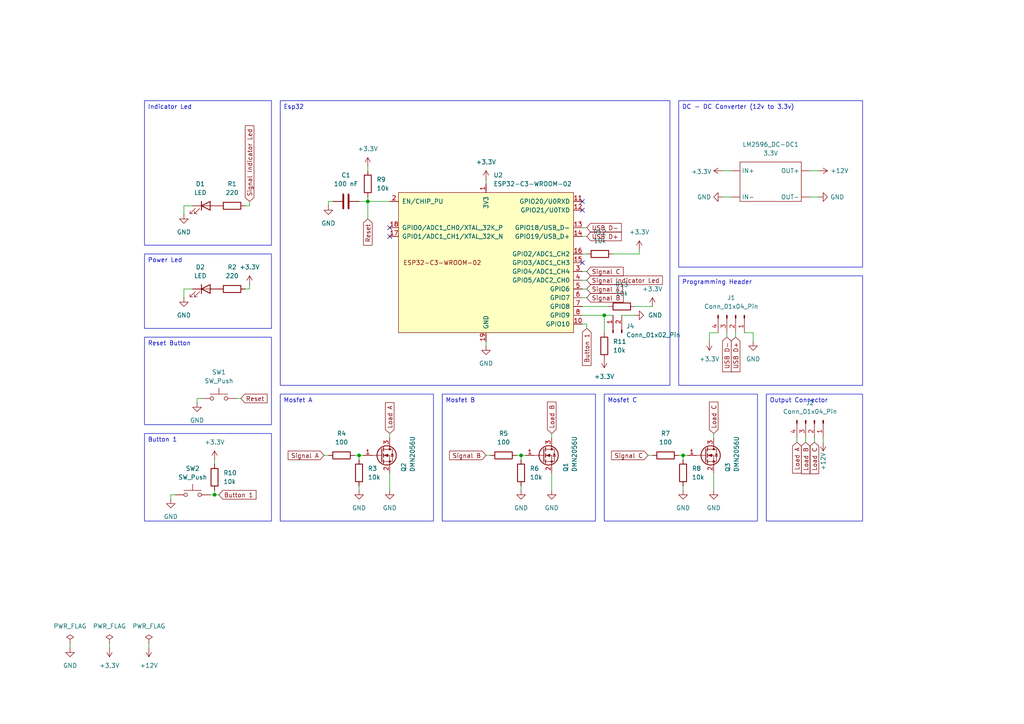
<source format=kicad_sch>
(kicad_sch (version 20250114) (generator "eeschema") (generator_version "9.0")
  (paper "A4")
  (title_block (title "Guppler Board") (date "2026-02-05") (rev "0.0.1"))
  (lib_symbols
    (symbol "Connector:Conn_01x02_Pin" (pin_names (offset 1.016) (hide yes))
      (property "Reference" "J" (at 0 2.54 0))
      (property "Value" "Conn_01x02_Pin" (at 0 -5.08 0))
      (symbol "Conn_01x02_Pin_1_1"
        (rectangle (start 0.8636 0.127) (end 0 -0.127) (stroke (width 0.1524)) (fill (type outline)))
        (rectangle (start 0.8636 -2.413) (end 0 -2.667) (stroke (width 0.1524)) (fill (type outline)))
        (polyline (pts (xy 1.27 0) (xy 0.8636 0)) (stroke (width 0.1524)))
        (polyline (pts (xy 1.27 -2.54) (xy 0.8636 -2.54)) (stroke (width 0.1524)))
        (pin passive line (at 5.08 0 180) (length 3.81) (name "Pin_1") (number "1"))
        (pin passive line (at 5.08 -2.54 180) (length 3.81) (name "Pin_2") (number "2"))
      )
    )
    (symbol "Connector:Conn_01x04_Pin" (pin_names (offset 1.016) (hide yes))
      (property "Reference" "J" (at 0 5.08 0))
      (property "Value" "Conn_01x04_Pin" (at 0 -7.62 0))
      (symbol "Conn_01x04_Pin_1_1"
        (rectangle (start 0.8636 2.667) (end 0 2.413) (stroke (width 0.1524)) (fill (type outline)))
        (rectangle (start 0.8636 0.127) (end 0 -0.127) (stroke (width 0.1524)) (fill (type outline)))
        (rectangle (start 0.8636 -2.413) (end 0 -2.667) (stroke (width 0.1524)) (fill (type outline)))
        (rectangle (start 0.8636 -4.953) (end 0 -5.207) (stroke (width 0.1524)) (fill (type outline)))
        (polyline (pts (xy 1.27 2.54) (xy 0.8636 2.54)) (stroke (width 0.1524)))
        (polyline (pts (xy 1.27 0) (xy 0.8636 0)) (stroke (width 0.1524)))
        (polyline (pts (xy 1.27 -2.54) (xy 0.8636 -2.54)) (stroke (width 0.1524)))
        (polyline (pts (xy 1.27 -5.08) (xy 0.8636 -5.08)) (stroke (width 0.1524)))
        (pin passive line (at 5.08 2.54 180) (length 3.81) (name "Pin_1") (number "1"))
        (pin passive line (at 5.08 0 180) (length 3.81) (name "Pin_2") (number "2"))
        (pin passive line (at 5.08 -2.54 180) (length 3.81) (name "Pin_3") (number "3"))
        (pin passive line (at 5.08 -5.08 180) (length 3.81) (name "Pin_4") (number "4"))
      )
    )
    (symbol "Device:C" (pin_numbers (hide yes)) (pin_names (offset 0.254))
      (property "Reference" "C" (at 0.635 2.54 0))
      (property "Value" "C" (at 0.635 -2.54 0))
      (symbol "C_0_1"
        (polyline (pts (xy -2.032 0.762) (xy 2.032 0.762)) (stroke (width 0.508)))
        (polyline (pts (xy -2.032 -0.762) (xy 2.032 -0.762)) (stroke (width 0.508)))
      )
      (symbol "C_1_1"
        (pin passive line (at 0 3.81 270) (length 2.794) (name "~") (number "1"))
        (pin passive line (at 0 -3.81 90) (length 2.794) (name "~") (number "2"))
      )
    )
    (symbol "Device:LED" (pin_numbers (hide yes)) (pin_names (offset 1.016) (hide yes))
      (property "Reference" "D" (at 0 2.54 0))
      (property "Value" "LED" (at 0 -2.54 0))
      (symbol "LED_0_1"
        (polyline (pts (xy -3.048 -0.762) (xy -4.572 -2.286) (xy -3.81 -2.286) (xy -4.572 -2.286) (xy -4.572 -1.524)))
        (polyline (pts (xy -1.778 -0.762) (xy -3.302 -2.286) (xy -2.54 -2.286) (xy -3.302 -2.286) (xy -3.302 -1.524)))
        (polyline (pts (xy -1.27 0) (xy 1.27 0)))
        (polyline (pts (xy -1.27 -1.27) (xy -1.27 1.27)) (stroke (width 0.254)))
        (polyline (pts (xy 1.27 -1.27) (xy 1.27 1.27) (xy -1.27 0) (xy 1.27 -1.27)) (stroke (width 0.254)))
      )
      (symbol "LED_1_1"
        (pin passive line (at -3.81 0 0) (length 2.54) (name "K") (number "1"))
        (pin passive line (at 3.81 0 180) (length 2.54) (name "A") (number "2"))
      )
    )
    (symbol "Device:R" (pin_numbers (hide yes)) (pin_names (offset 0))
      (property "Reference" "R" (at 2.032 0 90))
      (property "Value" "R" (at 0 0 90))
      (symbol "R_0_1"
        (rectangle (start -1.016 -2.54) (end 1.016 2.54) (stroke (width 0.254)))
      )
      (symbol "R_1_1"
        (pin passive line (at 0 3.81 270) (length 1.27) (name "~") (number "1"))
        (pin passive line (at 0 -3.81 90) (length 1.27) (name "~") (number "2"))
      )
    )
    (symbol "PCM_Espressif:ESP32-C3-WROOM-02" (pin_names (offset 1.016))
      (property "Reference" "U" (at -25.4 25.4 0))
      (property "Value" "ESP32-C3-WROOM-02" (at -25.4 22.86 0))
      (symbol "ESP32-C3-WROOM-02_0_0"
        (text "ESP32-C3-WROOM-02" (at -12.7 0 0) (effects (font (size 1.27 1.27))))
      )
      (symbol "ESP32-C3-WROOM-02_0_1"
        (rectangle (start 25.4 20.32) (end -25.4 -20.32) (fill (type background)))
      )
      (symbol "ESP32-C3-WROOM-02_1_1"
        (pin input line (at -27.94 17.78 0) (length 2.54) (name "EN/CHIP_PU") (number "2"))
        (pin bidirectional line (at -27.94 10.16 0) (length 2.54) (name "GPIO0/ADC1_CH0/XTAL_32K_P") (number "18"))
        (pin bidirectional line (at -27.94 7.62 0) (length 2.54) (name "GPIO1/ADC1_CH1/XTAL_32K_N") (number "17"))
        (pin power_in line (at 0 22.86 270) (length 2.54) (name "3V3") (number "1"))
        (pin power_in line (at 0 -22.86 90) (length 2.54) (name "GND") (number "19"))
        (pin passive line (at 0 -22.86 90) (length 2.54) (hide yes) (name "GND") (number "9"))
        (pin bidirectional line (at 27.94 17.78 180) (length 2.54) (name "GPIO20/U0RXD") (number "11"))
        (pin bidirectional line (at 27.94 15.24 180) (length 2.54) (name "GPIO21/U0TXD") (number "12"))
        (pin bidirectional line (at 27.94 10.16 180) (length 2.54) (name "GPIO18/USB_D-") (number "13"))
        (pin bidirectional line (at 27.94 7.62 180) (length 2.54) (name "GPIO19/USB_D+") (number "14"))
        (pin bidirectional line (at 27.94 2.54 180) (length 2.54) (name "GPIO2/ADC1_CH2") (number "16"))
        (pin bidirectional line (at 27.94 0 180) (length 2.54) (name "GPIO3/ADC1_CH3") (number "15"))
        (pin bidirectional line (at 27.94 -2.54 180) (length 2.54) (name "GPIO4/ADC1_CH4") (number "3"))
        (pin bidirectional line (at 27.94 -5.08 180) (length 2.54) (name "GPIO5/ADC2_CH0") (number "4"))
        (pin bidirectional line (at 27.94 -7.62 180) (length 2.54) (name "GPIO6") (number "5"))
        (pin bidirectional line (at 27.94 -10.16 180) (length 2.54) (name "GPIO7") (number "6"))
        (pin bidirectional line (at 27.94 -12.7 180) (length 2.54) (name "GPIO8") (number "7"))
        (pin bidirectional line (at 27.94 -15.24 180) (length 2.54) (name "GPIO9") (number "8"))
        (pin bidirectional line (at 27.94 -17.78 180) (length 2.54) (name "GPIO10") (number "10"))
      )
    )
    (symbol "Switch:SW_Push" (pin_numbers (hide yes)) (pin_names (offset 1.016) (hide yes))
      (property "Reference" "SW" (at 1.27 2.54 0))
      (property "Value" "SW_Push" (at 0 -1.524 0))
      (symbol "SW_Push_0_1"
        (circle (center -2.032 0) (radius 0.508))
        (polyline (pts (xy 0 1.27) (xy 0 3.048)))
        (circle (center 2.032 0) (radius 0.508))
        (polyline (pts (xy 2.54 1.27) (xy -2.54 1.27)))
        (pin passive line (at -5.08 0 0) (length 2.54) (name "1") (number "1"))
        (pin passive line (at 5.08 0 180) (length 2.54) (name "2") (number "2"))
      )
    )
    (symbol "Techogena:LM2596_DC-DC" (pin_numbers (hide yes))
      (property "Reference" "LM2596_DC-DC" (at 0 1.016 0))
      (property "Value" "3.3V" (at 0 -1.27 0))
      (symbol "LM2596_DC-DC_0_1"
        (rectangle (start -8.89 6.35) (end 8.89 -5.08))
      )
      (symbol "LM2596_DC-DC_1_1"
        (pin power_in line (at -11.43 3.81 0) (length 2.54) (name "IN+") (number "0"))
        (pin power_in line (at -11.43 -3.81 0) (length 2.54) (name "IN-") (number "3"))
        (pin power_in line (at 11.43 3.81 180) (length 2.54) (name "OUT+") (number "1"))
        (pin power_in line (at 11.43 -3.81 180) (length 2.54) (name "OUT-") (number "2"))
      )
    )
    (symbol "Transistor_FET:DMN2056U" (pin_names (offset 0) (hide yes))
      (property "Reference" "Q" (at 5.08 1.905 0))
      (property "Value" "DMN2056U" (at 5.08 0 0))
      (symbol "DMN2056U_0_1"
        (polyline (pts (xy 0.254 1.905) (xy 0.254 -1.905)) (stroke (width 0.254)))
        (polyline (pts (xy 0.254 0) (xy -2.54 0)))
        (polyline (pts (xy 0.762 2.286) (xy 0.762 1.27)) (stroke (width 0.254)))
        (polyline (pts (xy 0.762 0.508) (xy 0.762 -0.508)) (stroke (width 0.254)))
        (polyline (pts (xy 0.762 -1.27) (xy 0.762 -2.286)) (stroke (width 0.254)))
        (polyline (pts (xy 0.762 -1.778) (xy 3.302 -1.778) (xy 3.302 1.778) (xy 0.762 1.778)))
        (polyline (pts (xy 1.016 0) (xy 2.032 0.381) (xy 2.032 -0.381) (xy 1.016 0)) (fill (type outline)))
        (circle (center 1.651 0) (radius 2.794) (stroke (width 0.254)))
        (polyline (pts (xy 2.54 2.54) (xy 2.54 1.778)))
        (circle (center 2.54 1.778) (radius 0.254) (fill (type outline)))
        (circle (center 2.54 -1.778) (radius 0.254) (fill (type outline)))
        (polyline (pts (xy 2.54 -2.54) (xy 2.54 0) (xy 0.762 0)))
        (polyline (pts (xy 2.921 0.381) (xy 3.683 0.381)))
        (polyline (pts (xy 3.302 0.381) (xy 2.921 -0.254) (xy 3.683 -0.254) (xy 3.302 0.381)))
      )
      (symbol "DMN2056U_1_1"
        (pin input line (at -5.08 0 0) (length 2.54) (name "G") (number "1"))
        (pin passive line (at 2.54 5.08 270) (length 2.54) (name "D") (number "3"))
        (pin passive line (at 2.54 -5.08 90) (length 2.54) (name "S") (number "2"))
      )
    )
    (symbol "power:+12V" (power) (pin_numbers (hide yes)) (pin_names (offset 0) (hide yes))
      (property "Value" "+12V" (at 0 3.556 0))
      (symbol "+12V_0_1"
        (polyline (pts (xy -0.762 1.27) (xy 0 2.54)))
        (polyline (pts (xy 0 2.54) (xy 0.762 1.27)))
        (polyline (pts (xy 0 0) (xy 0 2.54)))
      )
      (symbol "+12V_1_1"
        (pin power_in line (at 0 0 90) (length 0) (name "~") (number "1"))
      )
    )
    (symbol "power:+3.3V" (power) (pin_numbers (hide yes)) (pin_names (offset 0) (hide yes))
      (property "Value" "+3.3V" (at 0 3.556 0))
      (symbol "+3.3V_0_1"
        (polyline (pts (xy -0.762 1.27) (xy 0 2.54)))
        (polyline (pts (xy 0 2.54) (xy 0.762 1.27)))
        (polyline (pts (xy 0 0) (xy 0 2.54)))
      )
      (symbol "+3.3V_1_1"
        (pin power_in line (at 0 0 90) (length 0) (name "~") (number "1"))
      )
    )
    (symbol "power:GND" (power) (pin_numbers (hide yes)) (pin_names (offset 0) (hide yes))
      (property "Value" "GND" (at 0 -3.81 0))
      (symbol "GND_0_1"
        (polyline (pts (xy 0 0) (xy 0 -1.27) (xy 1.27 -1.27) (xy 0 -2.54) (xy -1.27 -1.27) (xy 0 -1.27)))
      )
      (symbol "GND_1_1"
        (pin power_in line (at 0 0 270) (length 0) (name "~") (number "1"))
      )
    )
    (symbol "power:PWR_FLAG" (power) (pin_numbers (hide yes)) (pin_names (offset 0) (hide yes))
      (property "Value" "PWR_FLAG" (at 0 3.81 0))
      (symbol "PWR_FLAG_0_0"
        (pin power_out line (at 0 0 90) (length 0) (name "~") (number "1"))
      )
      (symbol "PWR_FLAG_0_1"
        (polyline (pts (xy 0 0) (xy 0 1.27) (xy -1.016 1.905) (xy 0 2.54) (xy 1.016 1.905) (xy 0 1.27)))
      )
    )
  )
  (text_box "Button 1" (at 41.91 125.73 0) (size 36.83 25.4) (margins 0.9525 0.9525 0.9525 0.9525) (effects (font (size 1.27 1.27)) (justify left top)))
  (text_box "Output Connector" (at 222.25 114.3 0) (size 27.94 36.83) (margins 0.9525 0.9525 0.9525 0.9525) (effects (font (size 1.27 1.27)) (justify left top)))
  (text_box "Indicator Led" (at 41.91 29.21 0) (size 36.83 41.91) (margins 0.9525 0.9525 0.9525 0.9525) (effects (font (size 1.27 1.27)) (justify left top)))
  (text_box "Programming Header" (at 196.85 80.01 0) (size 53.34 31.75) (margins 0.9525 0.9525 0.9525 0.9525) (effects (font (size 1.27 1.27)) (justify left top)))
  (text_box "Mosfet A" (at 81.28 114.3 0) (size 44.45 36.83) (margins 0.9525 0.9525 0.9525 0.9525) (effects (font (size 1.27 1.27)) (justify left top)))
  (text_box "DC - DC Converter (12v to 3.3v)" (at 196.85 29.21 0) (size 53.34 48.26) (margins 0.9525 0.9525 0.9525 0.9525) (effects (font (size 1.27 1.27)) (justify left top)))
  (text_box "Power Led" (at 41.91 73.66 0) (size 36.83 21.59) (margins 0.9525 0.9525 0.9525 0.9525) (effects (font (size 1.27 1.27)) (justify left top)))
  (text_box "Mosfet C" (at 175.26 114.3 0) (size 44.45 36.83) (margins 0.9525 0.9525 0.9525 0.9525) (effects (font (size 1.27 1.27)) (justify left top)))
  (text_box "Mosfet B" (at 128.27 114.3 0) (size 44.45 36.83) (margins 0.9525 0.9525 0.9525 0.9525) (effects (font (size 1.27 1.27)) (justify left top)))
  (text_box "Reset Button" (at 41.91 97.79 0) (size 36.83 25.4) (margins 0.9525 0.9525 0.9525 0.9525) (effects (font (size 1.27 1.27)) (justify left top)))
  (text_box "Esp32" (at 81.28 29.21 0) (size 113.03 82.55) (margins 0.9525 0.9525 0.9525 0.9525) (effects (font (size 1.27 1.27)) (justify left top)))
  (junction (at 104.14 132.08))
  (junction (at 106.68 58.42))
  (junction (at 175.26 91.44))
  (junction (at 62.23 143.51))
  (junction (at 151.13 132.08))
  (junction (at 198.12 132.08))
  (no_connect (at 168.91 76.2))
  (no_connect (at 168.91 60.96))
  (no_connect (at 113.03 68.58))
  (no_connect (at 168.91 58.42))
  (no_connect (at 113.03 66.04))
  (wire (pts (xy 168.91 91.44) (xy 175.26 91.44)))
  (wire (pts (xy 113.03 125.73) (xy 113.03 127)))
  (wire (pts (xy 198.12 140.97) (xy 198.12 142.24)))
  (wire (pts (xy 175.26 91.44) (xy 177.8 91.44)))
  (wire (pts (xy 234.95 49.53) (xy 237.49 49.53)))
  (wire (pts (xy 209.55 57.15) (xy 212.09 57.15)))
  (wire (pts (xy 168.91 66.04) (xy 170.18 66.04)))
  (wire (pts (xy 231.14 127) (xy 231.14 128.27)))
  (wire (pts (xy 140.97 99.06) (xy 140.97 100.33)))
  (wire (pts (xy 180.34 91.44) (xy 184.15 91.44)))
  (wire (pts (xy 168.91 88.9) (xy 176.53 88.9)))
  (wire (pts (xy 185.42 72.39) (xy 185.42 73.66)))
  (wire (pts (xy 209.55 49.53) (xy 212.09 49.53)))
  (wire (pts (xy 207.01 125.73) (xy 207.01 127)))
  (wire (pts (xy 151.13 133.35) (xy 151.13 132.08)))
  (wire (pts (xy 55.88 83.82) (xy 53.34 83.82)))
  (wire (pts (xy 104.14 133.35) (xy 104.14 132.08)))
  (wire (pts (xy 106.68 48.26) (xy 106.68 49.53)))
  (wire (pts (xy 236.22 127) (xy 236.22 128.27)))
  (wire (pts (xy 168.91 86.36) (xy 170.18 86.36)))
  (wire (pts (xy 72.39 82.55) (xy 72.39 83.82)))
  (wire (pts (xy 160.02 137.16) (xy 160.02 142.24)))
  (wire (pts (xy 106.68 58.42) (xy 106.68 63.5)))
  (wire (pts (xy 151.13 132.08) (xy 152.4 132.08)))
  (wire (pts (xy 215.9 96.52) (xy 218.44 96.52)))
  (wire (pts (xy 95.25 58.42) (xy 96.52 58.42)))
  (wire (pts (xy 58.42 115.57) (xy 57.15 115.57)))
  (wire (pts (xy 20.32 186.69) (xy 20.32 187.96)))
  (wire (pts (xy 106.68 58.42) (xy 104.14 58.42)))
  (wire (pts (xy 50.8 143.51) (xy 49.53 143.51)))
  (wire (pts (xy 170.18 81.28) (xy 168.91 81.28)))
  (wire (pts (xy 106.68 58.42) (xy 113.03 58.42)))
  (wire (pts (xy 184.15 88.9) (xy 189.23 88.9)))
  (wire (pts (xy 72.39 58.42) (xy 72.39 59.69)))
  (wire (pts (xy 31.75 186.69) (xy 31.75 187.96)))
  (wire (pts (xy 210.82 97.79) (xy 210.82 96.52)))
  (wire (pts (xy 95.25 58.42) (xy 95.25 59.69)))
  (wire (pts (xy 62.23 142.24) (xy 62.23 143.51)))
  (wire (pts (xy 104.14 140.97) (xy 104.14 142.24)))
  (wire (pts (xy 205.74 96.52) (xy 208.28 96.52)))
  (wire (pts (xy 213.36 97.79) (xy 213.36 96.52)))
  (wire (pts (xy 49.53 143.51) (xy 49.53 144.78)))
  (wire (pts (xy 93.98 132.08) (xy 95.25 132.08)))
  (wire (pts (xy 102.87 132.08) (xy 104.14 132.08)))
  (wire (pts (xy 218.44 96.52) (xy 218.44 99.06)))
  (wire (pts (xy 205.74 99.06) (xy 205.74 96.52)))
  (wire (pts (xy 72.39 83.82) (xy 71.12 83.82)))
  (wire (pts (xy 196.85 132.08) (xy 198.12 132.08)))
  (wire (pts (xy 43.18 186.69) (xy 43.18 187.96)))
  (wire (pts (xy 187.96 132.08) (xy 189.23 132.08)))
  (wire (pts (xy 168.91 93.98) (xy 170.18 93.98)))
  (wire (pts (xy 140.97 132.08) (xy 142.24 132.08)))
  (wire (pts (xy 104.14 132.08) (xy 105.41 132.08)))
  (wire (pts (xy 62.23 143.51) (xy 63.5 143.51)))
  (wire (pts (xy 177.8 73.66) (xy 185.42 73.66)))
  (wire (pts (xy 198.12 132.08) (xy 199.39 132.08)))
  (wire (pts (xy 62.23 133.35) (xy 62.23 134.62)))
  (wire (pts (xy 53.34 83.82) (xy 53.34 86.36)))
  (wire (pts (xy 175.26 91.44) (xy 175.26 96.52)))
  (wire (pts (xy 60.96 143.51) (xy 62.23 143.51)))
  (wire (pts (xy 160.02 125.73) (xy 160.02 127)))
  (wire (pts (xy 234.95 57.15) (xy 237.49 57.15)))
  (wire (pts (xy 149.86 132.08) (xy 151.13 132.08)))
  (wire (pts (xy 140.97 52.07) (xy 140.97 53.34)))
  (wire (pts (xy 72.39 59.69) (xy 71.12 59.69)))
  (wire (pts (xy 170.18 93.98) (xy 170.18 95.25)))
  (wire (pts (xy 168.91 68.58) (xy 170.18 68.58)))
  (wire (pts (xy 113.03 137.16) (xy 113.03 142.24)))
  (wire (pts (xy 53.34 59.69) (xy 53.34 62.23)))
  (wire (pts (xy 106.68 57.15) (xy 106.68 58.42)))
  (wire (pts (xy 57.15 115.57) (xy 57.15 116.84)))
  (wire (pts (xy 238.76 127) (xy 238.76 128.27)))
  (wire (pts (xy 168.91 73.66) (xy 170.18 73.66)))
  (wire (pts (xy 168.91 83.82) (xy 170.18 83.82)))
  (wire (pts (xy 68.58 115.57) (xy 69.85 115.57)))
  (wire (pts (xy 151.13 140.97) (xy 151.13 142.24)))
  (wire (pts (xy 168.91 78.74) (xy 170.18 78.74)))
  (wire (pts (xy 55.88 59.69) (xy 53.34 59.69)))
  (wire (pts (xy 198.12 133.35) (xy 198.12 132.08)))
  (wire (pts (xy 207.01 137.16) (xy 207.01 142.24)))
  (wire (pts (xy 233.68 127) (xy 233.68 128.27)))
  (global_label "Signal B" (shape input) (at 170.18 86.36 0) (property "Intersheetrefs" "${INTERSHEET_REFS}" (effects (hide yes))))
  (global_label "Button 1" (shape input) (at 63.5 143.51 0) (property "Intersheetrefs" "${INTERSHEET_REFS}" (effects (hide yes))))
  (global_label "Reset" (shape input) (at 106.68 63.5 270) (property "Intersheetrefs" "${INTERSHEET_REFS}" (effects (hide yes))))
  (global_label "Signal A" (shape input) (at 93.98 132.08 180) (property "Intersheetrefs" "${INTERSHEET_REFS}" (effects (hide yes))))
  (global_label "Signal C" (shape input) (at 170.18 78.74 0) (property "Intersheetrefs" "${INTERSHEET_REFS}" (effects (hide yes))))
  (global_label "USB D-" (shape input) (at 170.18 66.04 0) (property "Intersheetrefs" "${INTERSHEET_REFS}" (effects (hide yes))))
  (global_label "Signal A" (shape input) (at 170.18 83.82 0) (property "Intersheetrefs" "${INTERSHEET_REFS}" (effects (hide yes))))
  (global_label "Signal B" (shape input) (at 140.97 132.08 180) (property "Intersheetrefs" "${INTERSHEET_REFS}" (effects (hide yes))))
  (global_label "Load B" (shape input) (at 160.02 125.73 90) (property "Intersheetrefs" "${INTERSHEET_REFS}" (effects (hide yes))))
  (global_label "Load C" (shape input) (at 207.01 125.73 90) (property "Intersheetrefs" "${INTERSHEET_REFS}" (effects (hide yes))))
  (global_label "Button 1" (shape input) (at 170.18 95.25 270) (property "Intersheetrefs" "${INTERSHEET_REFS}" (effects (hide yes))))
  (global_label "USB D+" (shape input) (at 213.36 97.79 270) (property "Intersheetrefs" "${INTERSHEET_REFS}" (effects (hide yes))))
  (global_label "Load B" (shape input) (at 233.68 128.27 270) (property "Intersheetrefs" "${INTERSHEET_REFS}" (effects (hide yes))))
  (global_label "USB D-" (shape input) (at 210.82 97.79 270) (property "Intersheetrefs" "${INTERSHEET_REFS}" (effects (hide yes))))
  (global_label "Signal Indicator Led" (shape input) (at 72.39 58.42 90) (property "Intersheetrefs" "${INTERSHEET_REFS}" (effects (hide yes))))
  (global_label "Signal Indicator Led" (shape input) (at 170.18 81.28 0) (property "Intersheetrefs" "${INTERSHEET_REFS}" (effects (hide yes))))
  (global_label "Reset" (shape input) (at 69.85 115.57 0) (property "Intersheetrefs" "${INTERSHEET_REFS}" (effects (hide yes))))
  (global_label "Load C" (shape input) (at 236.22 128.27 270) (property "Intersheetrefs" "${INTERSHEET_REFS}" (effects (hide yes))))
  (global_label "Load A" (shape input) (at 113.03 125.73 90) (property "Intersheetrefs" "${INTERSHEET_REFS}" (effects (hide yes))))
  (global_label "Load A" (shape input) (at 231.14 128.27 270) (property "Intersheetrefs" "${INTERSHEET_REFS}" (effects (hide yes))))
  (global_label "Signal C" (shape input) (at 187.96 132.08 180) (property "Intersheetrefs" "${INTERSHEET_REFS}" (effects (hide yes))))
  (global_label "USB D+" (shape input) (at 170.18 68.58 0) (property "Intersheetrefs" "${INTERSHEET_REFS}" (effects (hide yes))))
  (symbol (lib_id "power:GND") (at 198.12 142.24 0) (unit 1)
    (property "Reference" "#PWR05" (effects (hide yes)))
    (property "Value" "GND" (at 198.12 147.32 0))
    (property "Description" "Power symbol creates a global label with name \"GND\" , ground" (effects (hide yes)))
  )
  (symbol (lib_id "Techogena:LM2596_DC-DC") (at 223.52 53.34 0) (unit 1)
    (property "Reference" "LM2596_DC-DC1" (at 223.52 41.91 0))
    (property "Value" "3.3V" (at 223.52 44.45 0))
    (property "Footprint" "Technogena:LM2596_DC-DC" (effects (hide yes)))
  )
  (symbol (lib_id "Connector:Conn_01x02_Pin") (at 177.8 96.52 90) (unit 1)
    (property "Reference" "J4" (at 181.61 94.6149 90) (effects (justify right)))
    (property "Value" "Conn_01x02_Pin" (at 181.61 97.1549 90) (effects (justify right)))
    (property "Footprint" "Connector_PinHeader_2.54mm:PinHeader_1x02_P2.54mm_Vertical" (effects (hide yes)))
    (property "Description" "Generic connector, single row, 01x02, script generated" (effects (hide yes)))
  )
  (symbol (lib_id "power:PWR_FLAG") (at 31.75 186.69 0) (unit 1)
    (property "Reference" "#FLG02" (effects (hide yes)))
    (property "Value" "PWR_FLAG" (at 31.75 181.61 0))
    (property "Description" "Special symbol for telling ERC where power comes from" (effects (hide yes)))
  )
  (symbol (lib_id "power:PWR_FLAG") (at 20.32 186.69 0) (unit 1)
    (property "Reference" "#FLG01" (effects (hide yes)))
    (property "Value" "PWR_FLAG" (at 20.32 181.61 0))
    (property "Description" "Special symbol for telling ERC where power comes from" (effects (hide yes)))
  )
  (symbol (lib_id "Device:R") (at 67.31 83.82 90) (unit 1)
    (property "Reference" "R2" (at 67.31 77.47 90))
    (property "Value" "220" (at 67.31 80.01 90))
    (property "Footprint" "Resistor_SMD:R_0805_2012Metric_Pad1.20x1.40mm_HandSolder" (effects (hide yes)))
    (property "Description" "Resistor" (effects (hide yes)))
  )
  (symbol (lib_id "Connector:Conn_01x04_Pin") (at 213.36 91.44 270) (unit 1)
    (property "Reference" "J1" (at 212.09 86.36 90))
    (property "Value" "Conn_01x04_Pin" (at 212.09 88.9 90))
    (property "Footprint" "Connector_PinHeader_2.54mm:PinHeader_1x04_P2.54mm_Vertical" (effects (hide yes)))
    (property "Description" "Generic connector, single row, 01x04, script generated" (effects (hide yes)))
  )
  (symbol (lib_id "power:GND") (at 160.02 142.24 0) (unit 1)
    (property "Reference" "#PWR04" (effects (hide yes)))
    (property "Value" "GND" (at 160.02 147.32 0))
    (property "Description" "Power symbol creates a global label with name \"GND\" , ground" (effects (hide yes)))
  )
  (symbol (lib_id "Device:R") (at 198.12 137.16 0) (unit 1)
    (property "Reference" "R8" (at 200.66 135.8899 0) (effects (justify left)))
    (property "Value" "10k" (at 200.66 138.4299 0) (effects (justify left)))
    (property "Footprint" "Resistor_SMD:R_0805_2012Metric_Pad1.20x1.40mm_HandSolder" (effects (hide yes)))
    (property "Description" "Resistor" (effects (hide yes)))
  )
  (symbol (lib_id "power:+3.3V") (at 31.75 187.96 180) (unit 1)
    (property "Reference" "#PWR024" (effects (hide yes)))
    (property "Value" "+3.3V" (at 31.75 193.04 0))
    (property "Description" "Power symbol creates a global label with name \"+3.3V\"" (effects (hide yes)))
  )
  (symbol (lib_id "Transistor_FET:DMN2056U") (at 157.48 132.08 0) (unit 1)
    (property "Reference" "Q1" (at 164.084 136.906 90) (effects (justify left)))
    (property "Value" "DMN2056U" (at 166.624 136.906 90) (effects (justify left)))
    (property "Footprint" "Package_TO_SOT_SMD:SOT-23" (effects (hide yes)))
    (property "Datasheet" "http://www.diodes.com/assets/Datasheets/DMN2056U.pdf" (effects (hide yes)))
    (property "Description" "4A Id, 20V Vds, N-Channel MOSFET, SOT-23" (effects (hide yes)))
  )
  (symbol (lib_id "Device:R") (at 193.04 132.08 90) (unit 1)
    (property "Reference" "R7" (at 193.04 125.73 90))
    (property "Value" "100" (at 193.04 128.27 90))
    (property "Footprint" "Resistor_SMD:R_0805_2012Metric_Pad1.20x1.40mm_HandSolder" (effects (hide yes)))
    (property "Description" "Resistor" (effects (hide yes)))
  )
  (symbol (lib_id "Connector:Conn_01x04_Pin") (at 236.22 121.92 270) (unit 1)
    (property "Reference" "J2" (at 234.95 116.84 90))
    (property "Value" "Conn_01x04_Pin" (at 234.95 119.38 90))
    (property "Footprint" "Connector_PinHeader_2.54mm:PinHeader_1x04_P2.54mm_Vertical" (effects (hide yes)))
    (property "Description" "Generic connector, single row, 01x04, script generated" (effects (hide yes)))
  )
  (symbol (lib_id "Device:LED") (at 59.69 59.69 0) (unit 1)
    (property "Reference" "D1" (at 58.1025 53.34 0))
    (property "Value" "LED" (at 58.1025 55.88 0))
    (property "Footprint" "LED_SMD:LED_0805_2012Metric_Pad1.15x1.40mm_HandSolder" (effects (hide yes)))
    (property "Description" "Light emitting diode" (effects (hide yes)))
    (property "Sim.Pins" "1=K 2=A" (effects (hide yes)))
  )
  (symbol (lib_id "power:GND") (at 237.49 57.15 90) (unit 1)
    (property "Reference" "#PWR022" (effects (hide yes)))
    (property "Value" "GND" (at 242.824 57.15 90))
    (property "Description" "Power symbol creates a global label with name \"GND\" , ground" (effects (hide yes)))
  )
  (symbol (lib_id "power:+3.3V") (at 106.68 48.26 0) (unit 1)
    (property "Reference" "#PWR012" (effects (hide yes)))
    (property "Value" "+3.3V" (at 106.68 43.18 0))
    (property "Description" "Power symbol creates a global label with name \"+3.3V\"" (effects (hide yes)))
  )
  (symbol (lib_id "power:GND") (at 57.15 116.84 0) (unit 1)
    (property "Reference" "#PWR014" (effects (hide yes)))
    (property "Value" "GND" (at 57.15 121.92 0))
    (property "Description" "Power symbol creates a global label with name \"GND\" , ground" (effects (hide yes)))
  )
  (symbol (lib_id "power:GND") (at 20.32 187.96 0) (unit 1)
    (property "Reference" "#PWR023" (effects (hide yes)))
    (property "Value" "GND" (at 20.32 193.04 0))
    (property "Description" "Power symbol creates a global label with name \"GND\" , ground" (effects (hide yes)))
  )
  (symbol (lib_id "Device:R") (at 173.99 73.66 90) (unit 1)
    (property "Reference" "R12" (at 173.99 67.31 90))
    (property "Value" "10k" (at 173.99 69.85 90))
    (property "Footprint" "Resistor_SMD:R_0805_2012Metric_Pad1.20x1.40mm_HandSolder" (effects (hide yes)))
    (property "Description" "Resistor" (effects (hide yes)))
  )
  (symbol (lib_id "Device:R") (at 151.13 137.16 0) (unit 1)
    (property "Reference" "R6" (at 153.67 135.8899 0) (effects (justify left)))
    (property "Value" "10k" (at 153.67 138.4299 0) (effects (justify left)))
    (property "Footprint" "Resistor_SMD:R_0805_2012Metric_Pad1.20x1.40mm_HandSolder" (effects (hide yes)))
    (property "Description" "Resistor" (effects (hide yes)))
  )
  (symbol (lib_id "power:GND") (at 184.15 91.44 90) (unit 1)
    (property "Reference" "#PWR029" (effects (hide yes)))
    (property "Value" "GND" (at 187.96 91.4399 90) (effects (justify right)))
    (property "Description" "Power symbol creates a global label with name \"GND\" , ground" (effects (hide yes)))
  )
  (symbol (lib_id "power:GND") (at 218.44 99.06 0) (unit 1)
    (property "Reference" "#PWR019" (effects (hide yes)))
    (property "Value" "GND" (at 218.44 104.14 0))
    (property "Description" "Power symbol creates a global label with name \"GND\" , ground" (effects (hide yes)))
  )
  (symbol (lib_id "Device:R") (at 62.23 138.43 0) (unit 1)
    (property "Reference" "R10" (at 64.77 137.1599 0) (effects (justify left)))
    (property "Value" "10k" (at 64.77 139.6999 0) (effects (justify left)))
    (property "Footprint" "Resistor_SMD:R_0805_2012Metric_Pad1.20x1.40mm_HandSolder" (effects (hide yes)))
    (property "Description" "Resistor" (effects (hide yes)))
  )
  (symbol (lib_id "Device:R") (at 175.26 100.33 0) (unit 1)
    (property "Reference" "R11" (at 177.8 99.0599 0) (effects (justify left)))
    (property "Value" "10k" (at 177.8 101.5999 0) (effects (justify left)))
    (property "Footprint" "Resistor_SMD:R_0805_2012Metric_Pad1.20x1.40mm_HandSolder" (effects (hide yes)))
    (property "Description" "Resistor" (effects (hide yes)))
  )
  (symbol (lib_id "Transistor_FET:DMN2056U") (at 110.49 132.08 0) (unit 1)
    (property "Reference" "Q2" (at 117.094 136.906 90) (effects (justify left)))
    (property "Value" "DMN2056U" (at 119.634 136.906 90) (effects (justify left)))
    (property "Footprint" "Package_TO_SOT_SMD:SOT-23" (effects (hide yes)))
    (property "Datasheet" "http://www.diodes.com/assets/Datasheets/DMN2056U.pdf" (effects (hide yes)))
    (property "Description" "4A Id, 20V Vds, N-Channel MOSFET, SOT-23" (effects (hide yes)))
  )
  (symbol (lib_id "power:GND") (at 113.03 142.24 0) (unit 1)
    (property "Reference" "#PWR01" (effects (hide yes)))
    (property "Value" "GND" (at 113.03 147.32 0))
    (property "Description" "Power symbol creates a global label with name \"GND\" , ground" (effects (hide yes)))
  )
  (symbol (lib_id "Device:R") (at 99.06 132.08 90) (unit 1)
    (property "Reference" "R4" (at 99.06 125.73 90))
    (property "Value" "100" (at 99.06 128.27 90))
    (property "Footprint" "Resistor_SMD:R_0805_2012Metric_Pad1.20x1.40mm_HandSolder" (effects (hide yes)))
    (property "Description" "Resistor" (effects (hide yes)))
  )
  (symbol (lib_id "Device:R") (at 104.14 137.16 0) (unit 1)
    (property "Reference" "R3" (at 106.68 135.8899 0) (effects (justify left)))
    (property "Value" "10k" (at 106.68 138.4299 0) (effects (justify left)))
    (property "Footprint" "Resistor_SMD:R_0805_2012Metric_Pad1.20x1.40mm_HandSolder" (effects (hide yes)))
    (property "Description" "Resistor" (effects (hide yes)))
  )
  (symbol (lib_id "power:+3.3V") (at 205.74 99.06 180) (unit 1)
    (property "Reference" "#PWR018" (effects (hide yes)))
    (property "Value" "+3.3V" (at 205.74 104.14 0))
    (property "Description" "Power symbol creates a global label with name \"+3.3V\"" (effects (hide yes)))
  )
  (symbol (lib_id "power:+3.3V") (at 72.39 82.55 0) (unit 1)
    (property "Reference" "#PWR010" (effects (hide yes)))
    (property "Value" "+3.3V" (at 72.39 77.47 0))
    (property "Description" "Power symbol creates a global label with name \"+3.3V\"" (effects (hide yes)))
  )
  (symbol (lib_id "power:+3.3V") (at 185.42 72.39 0) (unit 1)
    (property "Reference" "#PWR027" (effects (hide yes)))
    (property "Value" "+3.3V" (at 185.42 67.31 0))
    (property "Description" "Power symbol creates a global label with name \"+3.3V\"" (effects (hide yes)))
  )
  (symbol (lib_id "power:GND") (at 53.34 86.36 0) (unit 1)
    (property "Reference" "#PWR09" (effects (hide yes)))
    (property "Value" "GND" (at 53.34 91.44 0))
    (property "Description" "Power symbol creates a global label with name \"GND\" , ground" (effects (hide yes)))
  )
  (symbol (lib_id "PCM_Espressif:ESP32-C3-WROOM-02") (at 140.97 76.2 0) (unit 1)
    (property "Reference" "U2" (at 143.1133 50.8 0) (effects (justify left)))
    (property "Value" "ESP32-C3-WROOM-02" (at 143.1133 53.34 0) (effects (justify left)))
    (property "Footprint" "PCM_Espressif:ESP32-C3-WROOM-02" (effects (hide yes)))
    (property "Datasheet" "https://www.espressif.com/sites/default/files/documentation/esp32-c3-wroom-02_datasheet_en.pdf" (effects (hide yes)))
    (property "Description" "ESP32-C3-WROOM-02 is a general-purpose Wi-Fi and Bluetooth LE module. This module features a rich set of peripherals and high performance, which makes it an ideal choice for smart home, industrial automation, health care, consumer electronics, etc." (effects (hide yes)))
  )
  (symbol (lib_id "Switch:SW_Push") (at 63.5 115.57 0) (unit 1)
    (property "Reference" "SW1" (at 63.5 107.95 0))
    (property "Value" "SW_Push" (at 63.5 110.49 0))
    (property "Footprint" "Button_Switch_THT:SW_PUSH_6mm_H5mm" (effects (hide yes)))
    (property "Description" "Push button switch, generic, two pins" (effects (hide yes)))
  )
  (symbol (lib_id "power:+3.3V") (at 62.23 133.35 0) (unit 1)
    (property "Reference" "#PWR016" (effects (hide yes)))
    (property "Value" "+3.3V" (at 62.23 128.27 0))
    (property "Description" "Power symbol creates a global label with name \"+3.3V\"" (effects (hide yes)))
  )
  (symbol (lib_id "Device:R") (at 146.05 132.08 90) (unit 1)
    (property "Reference" "R5" (at 146.05 125.73 90))
    (property "Value" "100" (at 146.05 128.27 90))
    (property "Footprint" "Resistor_SMD:R_0805_2012Metric_Pad1.20x1.40mm_HandSolder" (effects (hide yes)))
    (property "Description" "Resistor" (effects (hide yes)))
  )
  (symbol (lib_id "power:+12V") (at 238.76 128.27 180) (unit 1)
    (property "Reference" "#PWR020" (effects (hide yes)))
    (property "Value" "+12V" (at 238.76 133.858 90))
    (property "Description" "Power symbol creates a global label with name \"+12V\"" (effects (hide yes)))
  )
  (symbol (lib_id "power:GND") (at 104.14 142.24 0) (unit 1)
    (property "Reference" "#PWR02" (effects (hide yes)))
    (property "Value" "GND" (at 104.14 147.32 0))
    (property "Description" "Power symbol creates a global label with name \"GND\" , ground" (effects (hide yes)))
  )
  (symbol (lib_id "power:GND") (at 49.53 144.78 0) (unit 1)
    (property "Reference" "#PWR015" (effects (hide yes)))
    (property "Value" "GND" (at 49.53 149.86 0))
    (property "Description" "Power symbol creates a global label with name \"GND\" , ground" (effects (hide yes)))
  )
  (symbol (lib_id "Device:LED") (at 59.69 83.82 0) (unit 1)
    (property "Reference" "D2" (at 58.1025 77.47 0))
    (property "Value" "LED" (at 58.1025 80.01 0))
    (property "Footprint" "LED_SMD:LED_0805_2012Metric_Pad1.15x1.40mm_HandSolder" (effects (hide yes)))
    (property "Description" "Light emitting diode" (effects (hide yes)))
    (property "Sim.Pins" "1=K 2=A" (effects (hide yes)))
  )
  (symbol (lib_id "Switch:SW_Push") (at 55.88 143.51 0) (unit 1)
    (property "Reference" "SW2" (at 55.88 135.89 0))
    (property "Value" "SW_Push" (at 55.88 138.43 0))
    (property "Footprint" "Button_Switch_THT:SW_PUSH_6mm_H5mm" (effects (hide yes)))
    (property "Description" "Push button switch, generic, two pins" (effects (hide yes)))
  )
  (symbol (lib_id "power:+3.3V") (at 175.26 104.14 180) (unit 1)
    (property "Reference" "#PWR026" (effects (hide yes)))
    (property "Value" "+3.3V" (at 175.26 109.22 0))
    (property "Description" "Power symbol creates a global label with name \"+3.3V\"" (effects (hide yes)))
  )
  (symbol (lib_id "power:+12V") (at 43.18 187.96 180) (unit 1)
    (property "Reference" "#PWR025" (effects (hide yes)))
    (property "Value" "+12V" (at 43.18 193.04 0))
    (property "Description" "Power symbol creates a global label with name \"+12V\"" (effects (hide yes)))
  )
  (symbol (lib_id "Device:R") (at 106.68 53.34 0) (unit 1)
    (property "Reference" "R9" (at 109.22 52.0699 0) (effects (justify left)))
    (property "Value" "10k" (at 109.22 54.6099 0) (effects (justify left)))
    (property "Footprint" "Resistor_SMD:R_0805_2012Metric_Pad1.20x1.40mm_HandSolder" (effects (hide yes)))
    (property "Description" "Resistor" (effects (hide yes)))
  )
  (symbol (lib_id "power:+3.3V") (at 209.55 49.53 90) (unit 1)
    (property "Reference" "#PWR021" (effects (hide yes)))
    (property "Value" "+3.3V" (at 203.454 49.784 90))
    (property "Description" "Power symbol creates a global label with name \"+3.3V\"" (effects (hide yes)))
  )
  (symbol (lib_id "power:GND") (at 209.55 57.15 270) (unit 1)
    (property "Reference" "#PWR030" (effects (hide yes)))
    (property "Value" "GND" (at 204.216 57.15 90))
    (property "Description" "Power symbol creates a global label with name \"GND\" , ground" (effects (hide yes)))
  )
  (symbol (lib_id "power:PWR_FLAG") (at 43.18 186.69 0) (unit 1)
    (property "Reference" "#FLG03" (effects (hide yes)))
    (property "Value" "PWR_FLAG" (at 43.18 181.61 0))
    (property "Description" "Special symbol for telling ERC where power comes from" (effects (hide yes)))
  )
  (symbol (lib_id "power:GND") (at 151.13 142.24 0) (unit 1)
    (property "Reference" "#PWR03" (effects (hide yes)))
    (property "Value" "GND" (at 151.13 147.32 0))
    (property "Description" "Power symbol creates a global label with name \"GND\" , ground" (effects (hide yes)))
  )
  (symbol (lib_id "power:GND") (at 207.01 142.24 0) (unit 1)
    (property "Reference" "#PWR06" (effects (hide yes)))
    (property "Value" "GND" (at 207.01 147.32 0))
    (property "Description" "Power symbol creates a global label with name \"GND\" , ground" (effects (hide yes)))
  )
  (symbol (lib_id "power:GND") (at 53.34 62.23 0) (unit 1)
    (property "Reference" "#PWR07" (effects (hide yes)))
    (property "Value" "GND" (at 53.34 67.31 0))
    (property "Description" "Power symbol creates a global label with name \"GND\" , ground" (effects (hide yes)))
  )
  (symbol (lib_id "Device:R") (at 67.31 59.69 90) (unit 1)
    (property "Reference" "R1" (at 67.31 53.34 90))
    (property "Value" "220" (at 67.31 55.88 90))
    (property "Footprint" "Resistor_SMD:R_0805_2012Metric_Pad1.20x1.40mm_HandSolder" (effects (hide yes)))
    (property "Description" "Resistor" (effects (hide yes)))
  )
  (symbol (lib_id "Device:C") (at 100.33 58.42 90) (unit 1)
    (property "Reference" "C1" (at 100.33 50.8 90))
    (property "Value" "100 nF" (at 100.33 53.34 90))
    (property "Footprint" "Capacitor_SMD:C_0805_2012Metric_Pad1.18x1.45mm_HandSolder" (effects (hide yes)))
    (property "Description" "Unpolarized capacitor" (effects (hide yes)))
  )
  (symbol (lib_id "power:+12V") (at 237.49 49.53 270) (unit 1)
    (property "Reference" "#PWR017" (effects (hide yes)))
    (property "Value" "+12V" (at 246.126 49.53 90) (effects (justify right)))
    (property "Description" "Power symbol creates a global label with name \"+12V\"" (effects (hide yes)))
  )
  (symbol (lib_id "power:GND") (at 140.97 100.33 0) (unit 1)
    (property "Reference" "#PWR011" (effects (hide yes)))
    (property "Value" "GND" (at 140.97 105.41 0))
    (property "Description" "Power symbol creates a global label with name \"GND\" , ground" (effects (hide yes)))
  )
  (symbol (lib_id "power:GND") (at 95.25 59.69 0) (unit 1)
    (property "Reference" "#PWR013" (effects (hide yes)))
    (property "Value" "GND" (at 95.25 64.77 0))
    (property "Description" "Power symbol creates a global label with name \"GND\" , ground" (effects (hide yes)))
  )
  (symbol (lib_id "power:+3.3V") (at 140.97 52.07 0) (unit 1)
    (property "Reference" "#PWR08" (effects (hide yes)))
    (property "Value" "+3.3V" (at 140.97 46.99 0))
    (property "Description" "Power symbol creates a global label with name \"+3.3V\"" (effects (hide yes)))
  )
  (symbol (lib_id "Device:R") (at 180.34 88.9 90) (unit 1)
    (property "Reference" "R13" (at 180.34 82.55 90))
    (property "Value" "10k" (at 180.34 85.09 90))
    (property "Footprint" "Resistor_SMD:R_0805_2012Metric_Pad1.20x1.40mm_HandSolder" (effects (hide yes)))
    (property "Description" "Resistor" (effects (hide yes)))
  )
  (symbol (lib_id "Transistor_FET:DMN2056U") (at 204.47 132.08 0) (unit 1)
    (property "Reference" "Q3" (at 211.074 136.906 90) (effects (justify left)))
    (property "Value" "DMN2056U" (at 213.614 136.906 90) (effects (justify left)))
    (property "Footprint" "Package_TO_SOT_SMD:SOT-23" (effects (hide yes)))
    (property "Datasheet" "http://www.diodes.com/assets/Datasheets/DMN2056U.pdf" (effects (hide yes)))
    (property "Description" "4A Id, 20V Vds, N-Channel MOSFET, SOT-23" (effects (hide yes)))
  )
  (symbol (lib_id "power:+3.3V") (at 189.23 88.9 0) (unit 1)
    (property "Reference" "#PWR028" (effects (hide yes)))
    (property "Value" "+3.3V" (at 189.23 83.82 0))
    (property "Description" "Power symbol creates a global label with name \"+3.3V\"" (effects (hide yes)))
  )
)
</source>
